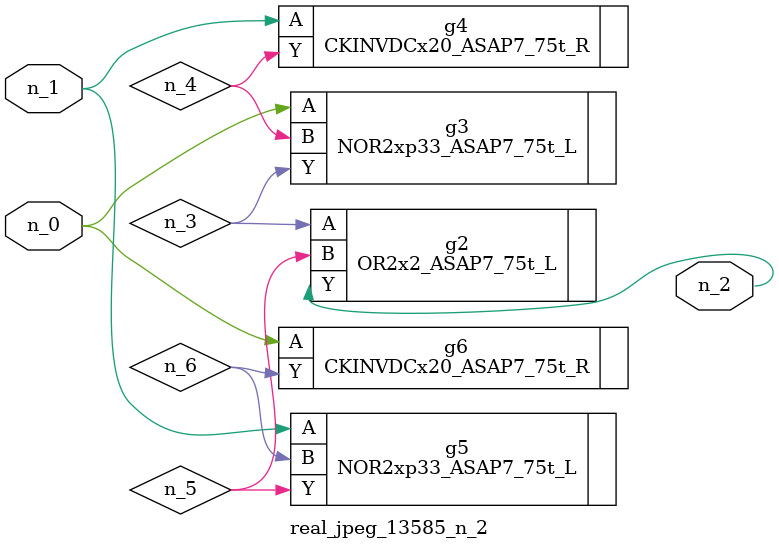
<source format=v>
module real_jpeg_13585_n_2 (n_1, n_0, n_2);

input n_1;
input n_0;

output n_2;

wire n_5;
wire n_4;
wire n_6;
wire n_3;

NOR2xp33_ASAP7_75t_L g3 ( 
.A(n_0),
.B(n_4),
.Y(n_3)
);

CKINVDCx20_ASAP7_75t_R g6 ( 
.A(n_0),
.Y(n_6)
);

CKINVDCx20_ASAP7_75t_R g4 ( 
.A(n_1),
.Y(n_4)
);

NOR2xp33_ASAP7_75t_L g5 ( 
.A(n_1),
.B(n_6),
.Y(n_5)
);

OR2x2_ASAP7_75t_L g2 ( 
.A(n_3),
.B(n_5),
.Y(n_2)
);


endmodule
</source>
